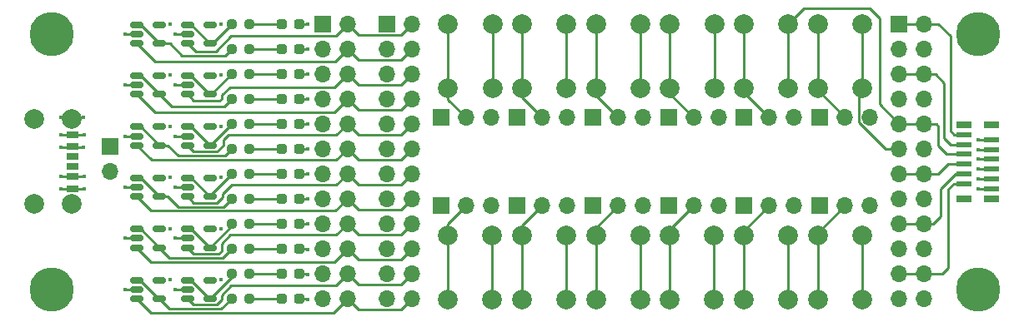
<source format=gbr>
%TF.GenerationSoftware,KiCad,Pcbnew,7.0.6*%
%TF.CreationDate,2023-08-04T15:36:23+02:00*%
%TF.ProjectId,Debug_BreakBoard,44656275-675f-4427-9265-616b426f6172,rev?*%
%TF.SameCoordinates,Original*%
%TF.FileFunction,Copper,L1,Top*%
%TF.FilePolarity,Positive*%
%FSLAX46Y46*%
G04 Gerber Fmt 4.6, Leading zero omitted, Abs format (unit mm)*
G04 Created by KiCad (PCBNEW 7.0.6) date 2023-08-04 15:36:23*
%MOMM*%
%LPD*%
G01*
G04 APERTURE LIST*
G04 Aperture macros list*
%AMRoundRect*
0 Rectangle with rounded corners*
0 $1 Rounding radius*
0 $2 $3 $4 $5 $6 $7 $8 $9 X,Y pos of 4 corners*
0 Add a 4 corners polygon primitive as box body*
4,1,4,$2,$3,$4,$5,$6,$7,$8,$9,$2,$3,0*
0 Add four circle primitives for the rounded corners*
1,1,$1+$1,$2,$3*
1,1,$1+$1,$4,$5*
1,1,$1+$1,$6,$7*
1,1,$1+$1,$8,$9*
0 Add four rect primitives between the rounded corners*
20,1,$1+$1,$2,$3,$4,$5,0*
20,1,$1+$1,$4,$5,$6,$7,0*
20,1,$1+$1,$6,$7,$8,$9,0*
20,1,$1+$1,$8,$9,$2,$3,0*%
G04 Aperture macros list end*
%TA.AperFunction,ComponentPad*%
%ADD10R,1.700000X1.700000*%
%TD*%
%TA.AperFunction,ComponentPad*%
%ADD11O,1.700000X1.700000*%
%TD*%
%TA.AperFunction,SMDPad,CuDef*%
%ADD12RoundRect,0.237500X-0.250000X-0.237500X0.250000X-0.237500X0.250000X0.237500X-0.250000X0.237500X0*%
%TD*%
%TA.AperFunction,ComponentPad*%
%ADD13C,4.500000*%
%TD*%
%TA.AperFunction,ComponentPad*%
%ADD14C,2.000000*%
%TD*%
%TA.AperFunction,SMDPad,CuDef*%
%ADD15RoundRect,0.150000X-0.512500X-0.150000X0.512500X-0.150000X0.512500X0.150000X-0.512500X0.150000X0*%
%TD*%
%TA.AperFunction,SMDPad,CuDef*%
%ADD16RoundRect,0.237500X0.287500X0.237500X-0.287500X0.237500X-0.287500X-0.237500X0.287500X-0.237500X0*%
%TD*%
%TA.AperFunction,SMDPad,CuDef*%
%ADD17R,1.500000X0.600000*%
%TD*%
%TA.AperFunction,SMDPad,CuDef*%
%ADD18R,1.500000X0.800000*%
%TD*%
%TA.AperFunction,SMDPad,CuDef*%
%ADD19R,1.200000X0.700000*%
%TD*%
%TA.AperFunction,SMDPad,CuDef*%
%ADD20R,1.200000X0.760000*%
%TD*%
%TA.AperFunction,SMDPad,CuDef*%
%ADD21R,1.200000X0.800000*%
%TD*%
%TA.AperFunction,ComponentPad*%
%ADD22C,2.010000*%
%TD*%
%TA.AperFunction,ViaPad*%
%ADD23C,0.450000*%
%TD*%
%TA.AperFunction,Conductor*%
%ADD24C,0.254000*%
%TD*%
G04 APERTURE END LIST*
D10*
%TO.P,J16,1,Pin_1*%
%TO.N,VDD*%
X177975000Y-58500000D03*
D11*
%TO.P,J16,2,Pin_2*%
%TO.N,Net-(J16-Pin_2)*%
X180515000Y-58500000D03*
%TO.P,J16,3,Pin_3*%
%TO.N,GND*%
X183055000Y-58500000D03*
%TD*%
D10*
%TO.P,J15,1,Pin_1*%
%TO.N,VDD*%
X170280000Y-58500000D03*
D11*
%TO.P,J15,2,Pin_2*%
%TO.N,Net-(J15-Pin_2)*%
X172820000Y-58500000D03*
%TO.P,J15,3,Pin_3*%
%TO.N,GND*%
X175360000Y-58500000D03*
%TD*%
D10*
%TO.P,J14,1,Pin_1*%
%TO.N,VDD*%
X162585000Y-58500000D03*
D11*
%TO.P,J14,2,Pin_2*%
%TO.N,Net-(J14-Pin_2)*%
X165125000Y-58500000D03*
%TO.P,J14,3,Pin_3*%
%TO.N,GND*%
X167665000Y-58500000D03*
%TD*%
D10*
%TO.P,J13,1,Pin_1*%
%TO.N,VDD*%
X154890000Y-58500000D03*
D11*
%TO.P,J13,2,Pin_2*%
%TO.N,Net-(J13-Pin_2)*%
X157430000Y-58500000D03*
%TO.P,J13,3,Pin_3*%
%TO.N,GND*%
X159970000Y-58500000D03*
%TD*%
D10*
%TO.P,J12,1,Pin_1*%
%TO.N,VDD*%
X147195000Y-58500000D03*
D11*
%TO.P,J12,2,Pin_2*%
%TO.N,Net-(J12-Pin_2)*%
X149735000Y-58500000D03*
%TO.P,J12,3,Pin_3*%
%TO.N,GND*%
X152275000Y-58500000D03*
%TD*%
%TO.P,J11,3,Pin_3*%
%TO.N,GND*%
X144580000Y-58500000D03*
%TO.P,J11,2,Pin_2*%
%TO.N,Net-(J11-Pin_2)*%
X142040000Y-58500000D03*
D10*
%TO.P,J11,1,Pin_1*%
%TO.N,VDD*%
X139500000Y-58500000D03*
%TD*%
%TO.P,J10,1,Pin_1*%
%TO.N,VDD*%
X177975000Y-67500000D03*
D11*
%TO.P,J10,2,Pin_2*%
%TO.N,Net-(J10-Pin_2)*%
X180515000Y-67500000D03*
%TO.P,J10,3,Pin_3*%
%TO.N,GND*%
X183055000Y-67500000D03*
%TD*%
D10*
%TO.P,J9,1,Pin_1*%
%TO.N,VDD*%
X170280000Y-67500000D03*
D11*
%TO.P,J9,2,Pin_2*%
%TO.N,Net-(J9-Pin_2)*%
X172820000Y-67500000D03*
%TO.P,J9,3,Pin_3*%
%TO.N,GND*%
X175360000Y-67500000D03*
%TD*%
D10*
%TO.P,J8,1,Pin_1*%
%TO.N,GND*%
X134000000Y-49000000D03*
D11*
%TO.P,J8,2,Pin_2*%
%TO.N,/1*%
X136540000Y-49000000D03*
%TO.P,J8,3,Pin_3*%
%TO.N,GND*%
X134000000Y-51540000D03*
%TO.P,J8,4,Pin_4*%
%TO.N,/2*%
X136540000Y-51540000D03*
%TO.P,J8,5,Pin_5*%
%TO.N,GND*%
X134000000Y-54080000D03*
%TO.P,J8,6,Pin_6*%
%TO.N,/3*%
X136540000Y-54080000D03*
%TO.P,J8,7,Pin_7*%
%TO.N,GND*%
X134000000Y-56620000D03*
%TO.P,J8,8,Pin_8*%
%TO.N,/4*%
X136540000Y-56620000D03*
%TO.P,J8,9,Pin_9*%
%TO.N,GND*%
X134000000Y-59160000D03*
%TO.P,J8,10,Pin_10*%
%TO.N,/5*%
X136540000Y-59160000D03*
%TO.P,J8,11,Pin_11*%
%TO.N,GND*%
X134000000Y-61700000D03*
%TO.P,J8,12,Pin_12*%
%TO.N,/6*%
X136540000Y-61700000D03*
%TO.P,J8,13,Pin_13*%
%TO.N,GND*%
X134000000Y-64240000D03*
%TO.P,J8,14,Pin_14*%
%TO.N,/7*%
X136540000Y-64240000D03*
%TO.P,J8,15,Pin_15*%
%TO.N,GND*%
X134000000Y-66780000D03*
%TO.P,J8,16,Pin_16*%
%TO.N,/8*%
X136540000Y-66780000D03*
%TO.P,J8,17,Pin_17*%
%TO.N,GND*%
X134000000Y-69320000D03*
%TO.P,J8,18,Pin_18*%
%TO.N,/9*%
X136540000Y-69320000D03*
%TO.P,J8,19,Pin_19*%
%TO.N,GND*%
X134000000Y-71860000D03*
%TO.P,J8,20,Pin_20*%
%TO.N,/10*%
X136540000Y-71860000D03*
%TO.P,J8,21,Pin_21*%
%TO.N,GND*%
X134000000Y-74400000D03*
%TO.P,J8,22,Pin_22*%
%TO.N,/11*%
X136540000Y-74400000D03*
%TO.P,J8,23,Pin_23*%
%TO.N,GND*%
X134000000Y-76940000D03*
%TO.P,J8,24,Pin_24*%
%TO.N,/12*%
X136540000Y-76940000D03*
%TD*%
D10*
%TO.P,J7,1,Pin_1*%
%TO.N,VDD*%
X162585000Y-67500000D03*
D11*
%TO.P,J7,2,Pin_2*%
%TO.N,Net-(J7-Pin_2)*%
X165125000Y-67500000D03*
%TO.P,J7,3,Pin_3*%
%TO.N,GND*%
X167665000Y-67500000D03*
%TD*%
D10*
%TO.P,J6,1,Pin_1*%
%TO.N,VDD*%
X154890000Y-67500000D03*
D11*
%TO.P,J6,2,Pin_2*%
%TO.N,Net-(J6-Pin_2)*%
X157430000Y-67500000D03*
%TO.P,J6,3,Pin_3*%
%TO.N,GND*%
X159970000Y-67500000D03*
%TD*%
D10*
%TO.P,J5,1,Pin_1*%
%TO.N,VDD*%
X147195000Y-67500000D03*
D11*
%TO.P,J5,2,Pin_2*%
%TO.N,Net-(J5-Pin_2)*%
X149735000Y-67500000D03*
%TO.P,J5,3,Pin_3*%
%TO.N,GND*%
X152275000Y-67500000D03*
%TD*%
D10*
%TO.P,J4,1,Pin_1*%
%TO.N,VDD*%
X127470000Y-49000000D03*
D11*
%TO.P,J4,2,Pin_2*%
%TO.N,/1*%
X130010000Y-49000000D03*
%TO.P,J4,3,Pin_3*%
%TO.N,VDD*%
X127470000Y-51540000D03*
%TO.P,J4,4,Pin_4*%
%TO.N,/2*%
X130010000Y-51540000D03*
%TO.P,J4,5,Pin_5*%
%TO.N,VDD*%
X127470000Y-54080000D03*
%TO.P,J4,6,Pin_6*%
%TO.N,/3*%
X130010000Y-54080000D03*
%TO.P,J4,7,Pin_7*%
%TO.N,VDD*%
X127470000Y-56620000D03*
%TO.P,J4,8,Pin_8*%
%TO.N,/4*%
X130010000Y-56620000D03*
%TO.P,J4,9,Pin_9*%
%TO.N,VDD*%
X127470000Y-59160000D03*
%TO.P,J4,10,Pin_10*%
%TO.N,/5*%
X130010000Y-59160000D03*
%TO.P,J4,11,Pin_11*%
%TO.N,VDD*%
X127470000Y-61700000D03*
%TO.P,J4,12,Pin_12*%
%TO.N,/6*%
X130010000Y-61700000D03*
%TO.P,J4,13,Pin_13*%
%TO.N,VDD*%
X127470000Y-64240000D03*
%TO.P,J4,14,Pin_14*%
%TO.N,/7*%
X130010000Y-64240000D03*
%TO.P,J4,15,Pin_15*%
%TO.N,VDD*%
X127470000Y-66780000D03*
%TO.P,J4,16,Pin_16*%
%TO.N,/8*%
X130010000Y-66780000D03*
%TO.P,J4,17,Pin_17*%
%TO.N,VDD*%
X127470000Y-69320000D03*
%TO.P,J4,18,Pin_18*%
%TO.N,/9*%
X130010000Y-69320000D03*
%TO.P,J4,19,Pin_19*%
%TO.N,VDD*%
X127470000Y-71860000D03*
%TO.P,J4,20,Pin_20*%
%TO.N,/10*%
X130010000Y-71860000D03*
%TO.P,J4,21,Pin_21*%
%TO.N,VDD*%
X127470000Y-74400000D03*
%TO.P,J4,22,Pin_22*%
%TO.N,/11*%
X130010000Y-74400000D03*
%TO.P,J4,23,Pin_23*%
%TO.N,VDD*%
X127470000Y-76940000D03*
%TO.P,J4,24,Pin_24*%
%TO.N,/12*%
X130010000Y-76940000D03*
%TD*%
%TO.P,J3,3,Pin_3*%
%TO.N,GND*%
X144580000Y-67500000D03*
%TO.P,J3,2,Pin_2*%
%TO.N,Net-(J3-Pin_2)*%
X142040000Y-67500000D03*
D10*
%TO.P,J3,1,Pin_1*%
%TO.N,VDD*%
X139500000Y-67500000D03*
%TD*%
%TO.P,J2,1,Pin_1*%
%TO.N,/1*%
X186000000Y-49000000D03*
D11*
%TO.P,J2,2,Pin_2*%
X188540000Y-49000000D03*
%TO.P,J2,3,Pin_3*%
%TO.N,/2*%
X186000000Y-51540000D03*
%TO.P,J2,4,Pin_4*%
X188540000Y-51540000D03*
%TO.P,J2,5,Pin_5*%
%TO.N,/3*%
X186000000Y-54080000D03*
%TO.P,J2,6,Pin_6*%
X188540000Y-54080000D03*
%TO.P,J2,7,Pin_7*%
%TO.N,/4*%
X186000000Y-56620000D03*
%TO.P,J2,8,Pin_8*%
X188540000Y-56620000D03*
%TO.P,J2,9,Pin_9*%
%TO.N,/5*%
X186000000Y-59160000D03*
%TO.P,J2,10,Pin_10*%
X188540000Y-59160000D03*
%TO.P,J2,11,Pin_11*%
%TO.N,/6*%
X186000000Y-61700000D03*
%TO.P,J2,12,Pin_12*%
X188540000Y-61700000D03*
%TO.P,J2,13,Pin_13*%
%TO.N,/7*%
X186000000Y-64240000D03*
%TO.P,J2,14,Pin_14*%
X188540000Y-64240000D03*
%TO.P,J2,15,Pin_15*%
%TO.N,/8*%
X186000000Y-66780000D03*
%TO.P,J2,16,Pin_16*%
X188540000Y-66780000D03*
%TO.P,J2,17,Pin_17*%
%TO.N,/9*%
X186000000Y-69320000D03*
%TO.P,J2,18,Pin_18*%
X188540000Y-69320000D03*
%TO.P,J2,19,Pin_19*%
%TO.N,/10*%
X186000000Y-71860000D03*
%TO.P,J2,20,Pin_20*%
X188540000Y-71860000D03*
%TO.P,J2,21,Pin_21*%
%TO.N,/11*%
X186000000Y-74400000D03*
%TO.P,J2,22,Pin_22*%
X188540000Y-74400000D03*
%TO.P,J2,23,Pin_23*%
%TO.N,/12*%
X186000000Y-76940000D03*
%TO.P,J2,24,Pin_24*%
X188540000Y-76940000D03*
%TD*%
D12*
%TO.P,R11,1*%
%TO.N,Net-(U6--)*%
X118250455Y-74400000D03*
%TO.P,R11,2*%
%TO.N,Net-(D11-A)*%
X120075455Y-74400000D03*
%TD*%
D13*
%TO.P,H2,1,1*%
%TO.N,unconnected-(H2-Pad1)*%
X100000000Y-76000000D03*
%TD*%
D14*
%TO.P,SW8,1,1*%
%TO.N,Net-(J12-Pin_2)*%
X147726000Y-55500000D03*
X147726000Y-49000000D03*
%TO.P,SW8,2,2*%
%TO.N,/2*%
X152226000Y-55500000D03*
X152226000Y-49000000D03*
%TD*%
D15*
%TO.P,U3,1*%
%TO.N,Net-(U3--)*%
X113750000Y-59450000D03*
%TO.P,U3,2,V-*%
%TO.N,GND*%
X113750000Y-60400000D03*
%TO.P,U3,3,+*%
%TO.N,/5*%
X113750000Y-61350000D03*
%TO.P,U3,4,-*%
%TO.N,Net-(U3--)*%
X116025000Y-61350000D03*
%TO.P,U3,5,V+*%
%TO.N,P5V0*%
X116025000Y-59450000D03*
%TD*%
D16*
%TO.P,D10,1,K*%
%TO.N,GND*%
X125083572Y-71860000D03*
%TO.P,D10,2,A*%
%TO.N,Net-(D10-A)*%
X123333572Y-71860000D03*
%TD*%
D12*
%TO.P,R5,1*%
%TO.N,Net-(U3--)*%
X118250455Y-59160000D03*
%TO.P,R5,2*%
%TO.N,Net-(D5-A)*%
X120075455Y-59160000D03*
%TD*%
D13*
%TO.P,H1,1,1*%
%TO.N,unconnected-(H1-Pad1)*%
X100000000Y-50000000D03*
%TD*%
D15*
%TO.P,U8,1*%
%TO.N,Net-(U8--)*%
X108612500Y-54250000D03*
%TO.P,U8,2,V-*%
%TO.N,GND*%
X108612500Y-55200000D03*
%TO.P,U8,3,+*%
%TO.N,/4*%
X108612500Y-56150000D03*
%TO.P,U8,4,-*%
%TO.N,Net-(U8--)*%
X110887500Y-56150000D03*
%TO.P,U8,5,V+*%
%TO.N,P5V0*%
X110887500Y-54250000D03*
%TD*%
D16*
%TO.P,D5,1,K*%
%TO.N,GND*%
X125083572Y-59160000D03*
%TO.P,D5,2,A*%
%TO.N,Net-(D5-A)*%
X123333572Y-59160000D03*
%TD*%
D15*
%TO.P,U9,1*%
%TO.N,Net-(U9--)*%
X108612500Y-59450000D03*
%TO.P,U9,2,V-*%
%TO.N,GND*%
X108612500Y-60400000D03*
%TO.P,U9,3,+*%
%TO.N,/6*%
X108612500Y-61350000D03*
%TO.P,U9,4,-*%
%TO.N,Net-(U9--)*%
X110887500Y-61350000D03*
%TO.P,U9,5,V+*%
%TO.N,P5V0*%
X110887500Y-59450000D03*
%TD*%
D12*
%TO.P,R2,1*%
%TO.N,Net-(U7--)*%
X118250455Y-51540000D03*
%TO.P,R2,2*%
%TO.N,Net-(D2-A)*%
X120075455Y-51540000D03*
%TD*%
%TO.P,R6,1*%
%TO.N,Net-(U9--)*%
X118250455Y-61700000D03*
%TO.P,R6,2*%
%TO.N,Net-(D6-A)*%
X120075455Y-61700000D03*
%TD*%
D14*
%TO.P,SW4,1,1*%
%TO.N,Net-(J7-Pin_2)*%
X162730000Y-77000000D03*
X162730000Y-70500000D03*
%TO.P,SW4,2,2*%
%TO.N,/10*%
X167230000Y-77000000D03*
X167230000Y-70500000D03*
%TD*%
D16*
%TO.P,D9,1,K*%
%TO.N,GND*%
X125083572Y-69320000D03*
%TO.P,D9,2,A*%
%TO.N,Net-(D9-A)*%
X123333572Y-69320000D03*
%TD*%
D15*
%TO.P,U2,1*%
%TO.N,Net-(U2--)*%
X113750000Y-54250000D03*
%TO.P,U2,2,V-*%
%TO.N,GND*%
X113750000Y-55200000D03*
%TO.P,U2,3,+*%
%TO.N,/3*%
X113750000Y-56150000D03*
%TO.P,U2,4,-*%
%TO.N,Net-(U2--)*%
X116025000Y-56150000D03*
%TO.P,U2,5,V+*%
%TO.N,P5V0*%
X116025000Y-54250000D03*
%TD*%
%TO.P,U1,1*%
%TO.N,Net-(U1--)*%
X113750000Y-49050000D03*
%TO.P,U1,2,V-*%
%TO.N,GND*%
X113750000Y-50000000D03*
%TO.P,U1,3,+*%
%TO.N,/1*%
X113750000Y-50950000D03*
%TO.P,U1,4,-*%
%TO.N,Net-(U1--)*%
X116025000Y-50950000D03*
%TO.P,U1,5,V+*%
%TO.N,P5V0*%
X116025000Y-49050000D03*
%TD*%
D16*
%TO.P,D12,1,K*%
%TO.N,GND*%
X125083572Y-76940000D03*
%TO.P,D12,2,A*%
%TO.N,Net-(D12-A)*%
X123333572Y-76940000D03*
%TD*%
D15*
%TO.P,U6,1*%
%TO.N,Net-(U6--)*%
X113750000Y-75050000D03*
%TO.P,U6,2,V-*%
%TO.N,GND*%
X113750000Y-76000000D03*
%TO.P,U6,3,+*%
%TO.N,/11*%
X113750000Y-76950000D03*
%TO.P,U6,4,-*%
%TO.N,Net-(U6--)*%
X116025000Y-76950000D03*
%TO.P,U6,5,V+*%
%TO.N,P5V0*%
X116025000Y-75050000D03*
%TD*%
D16*
%TO.P,D4,1,K*%
%TO.N,GND*%
X125083572Y-56620000D03*
%TO.P,D4,2,A*%
%TO.N,Net-(D4-A)*%
X123333572Y-56620000D03*
%TD*%
D12*
%TO.P,R10,1*%
%TO.N,Net-(U11--)*%
X118250455Y-71860000D03*
%TO.P,R10,2*%
%TO.N,Net-(D10-A)*%
X120075455Y-71860000D03*
%TD*%
D16*
%TO.P,D6,1,K*%
%TO.N,GND*%
X125083572Y-61700000D03*
%TO.P,D6,2,A*%
%TO.N,Net-(D6-A)*%
X123333572Y-61700000D03*
%TD*%
D15*
%TO.P,U4,1*%
%TO.N,Net-(U4--)*%
X113750000Y-64650000D03*
%TO.P,U4,2,V-*%
%TO.N,GND*%
X113750000Y-65600000D03*
%TO.P,U4,3,+*%
%TO.N,/7*%
X113750000Y-66550000D03*
%TO.P,U4,4,-*%
%TO.N,Net-(U4--)*%
X116025000Y-66550000D03*
%TO.P,U4,5,V+*%
%TO.N,P5V0*%
X116025000Y-64650000D03*
%TD*%
D14*
%TO.P,SW5,1,1*%
%TO.N,Net-(J9-Pin_2)*%
X170240000Y-77000000D03*
X170240000Y-70500000D03*
%TO.P,SW5,2,2*%
%TO.N,/11*%
X174740000Y-77000000D03*
X174740000Y-70500000D03*
%TD*%
%TO.P,SW7,1,1*%
%TO.N,Net-(J11-Pin_2)*%
X140220000Y-55500000D03*
X140220000Y-49000000D03*
%TO.P,SW7,2,2*%
%TO.N,/1*%
X144720000Y-55500000D03*
X144720000Y-49000000D03*
%TD*%
D12*
%TO.P,R4,1*%
%TO.N,Net-(U8--)*%
X118250455Y-56620000D03*
%TO.P,R4,2*%
%TO.N,Net-(D4-A)*%
X120075455Y-56620000D03*
%TD*%
D16*
%TO.P,D3,1,K*%
%TO.N,GND*%
X125083572Y-54080000D03*
%TO.P,D3,2,A*%
%TO.N,Net-(D3-A)*%
X123333572Y-54080000D03*
%TD*%
D14*
%TO.P,SW6,1,1*%
%TO.N,Net-(J10-Pin_2)*%
X177750000Y-77000000D03*
X177750000Y-70500000D03*
%TO.P,SW6,2,2*%
%TO.N,/12*%
X182250000Y-77000000D03*
X182250000Y-70500000D03*
%TD*%
D10*
%TO.P,J17,1,Pin_1*%
%TO.N,P5V0*%
X105900000Y-61460000D03*
D11*
%TO.P,J17,2,Pin_2*%
%TO.N,GND*%
X105900000Y-64000000D03*
%TD*%
D16*
%TO.P,D2,1,K*%
%TO.N,GND*%
X125083572Y-51540000D03*
%TO.P,D2,2,A*%
%TO.N,Net-(D2-A)*%
X123333572Y-51540000D03*
%TD*%
D15*
%TO.P,U10,1*%
%TO.N,Net-(U10--)*%
X108612500Y-64650000D03*
%TO.P,U10,2,V-*%
%TO.N,GND*%
X108612500Y-65600000D03*
%TO.P,U10,3,+*%
%TO.N,/8*%
X108612500Y-66550000D03*
%TO.P,U10,4,-*%
%TO.N,Net-(U10--)*%
X110887500Y-66550000D03*
%TO.P,U10,5,V+*%
%TO.N,P5V0*%
X110887500Y-64650000D03*
%TD*%
D14*
%TO.P,SW3,1,1*%
%TO.N,Net-(J6-Pin_2)*%
X155220000Y-77000000D03*
X155220000Y-70500000D03*
%TO.P,SW3,2,2*%
%TO.N,/9*%
X159720000Y-77000000D03*
X159720000Y-70500000D03*
%TD*%
D16*
%TO.P,D1,1,K*%
%TO.N,GND*%
X125083572Y-49000000D03*
%TO.P,D1,2,A*%
%TO.N,Net-(D1-A)*%
X123333572Y-49000000D03*
%TD*%
D14*
%TO.P,SW10,1,1*%
%TO.N,Net-(J14-Pin_2)*%
X162738000Y-55500000D03*
X162738000Y-49000000D03*
%TO.P,SW10,2,2*%
%TO.N,/4*%
X167238000Y-55500000D03*
X167238000Y-49000000D03*
%TD*%
D13*
%TO.P,H4,1,1*%
%TO.N,unconnected-(H4-Pad1)*%
X194000000Y-76000000D03*
%TD*%
D16*
%TO.P,D8,1,K*%
%TO.N,GND*%
X125083572Y-66780000D03*
%TO.P,D8,2,A*%
%TO.N,Net-(D8-A)*%
X123333572Y-66780000D03*
%TD*%
D15*
%TO.P,U12,1*%
%TO.N,Net-(U12--)*%
X108612500Y-75050000D03*
%TO.P,U12,2,V-*%
%TO.N,GND*%
X108612500Y-76000000D03*
%TO.P,U12,3,+*%
%TO.N,/12*%
X108612500Y-76950000D03*
%TO.P,U12,4,-*%
%TO.N,Net-(U12--)*%
X110887500Y-76950000D03*
%TO.P,U12,5,V+*%
%TO.N,P5V0*%
X110887500Y-75050000D03*
%TD*%
D14*
%TO.P,SW12,1,1*%
%TO.N,Net-(J16-Pin_2)*%
X177750000Y-55500000D03*
X177750000Y-49000000D03*
%TO.P,SW12,2,2*%
%TO.N,/6*%
X182250000Y-55500000D03*
X182250000Y-49000000D03*
%TD*%
D13*
%TO.P,H3,1,1*%
%TO.N,unconnected-(H3-Pad1)*%
X194000000Y-50000000D03*
%TD*%
D15*
%TO.P,U11,1*%
%TO.N,Net-(U11--)*%
X108612500Y-69850000D03*
%TO.P,U11,2,V-*%
%TO.N,GND*%
X108612500Y-70800000D03*
%TO.P,U11,3,+*%
%TO.N,/10*%
X108612500Y-71750000D03*
%TO.P,U11,4,-*%
%TO.N,Net-(U11--)*%
X110887500Y-71750000D03*
%TO.P,U11,5,V+*%
%TO.N,P5V0*%
X110887500Y-69850000D03*
%TD*%
D16*
%TO.P,D7,1,K*%
%TO.N,GND*%
X125083572Y-64240000D03*
%TO.P,D7,2,A*%
%TO.N,Net-(D7-A)*%
X123333572Y-64240000D03*
%TD*%
D12*
%TO.P,R7,1*%
%TO.N,Net-(U4--)*%
X118250455Y-64240000D03*
%TO.P,R7,2*%
%TO.N,Net-(D7-A)*%
X120075455Y-64240000D03*
%TD*%
%TO.P,R9,1*%
%TO.N,Net-(U5--)*%
X118250455Y-69320000D03*
%TO.P,R9,2*%
%TO.N,Net-(D9-A)*%
X120075455Y-69320000D03*
%TD*%
D17*
%TO.P,J1,1,1*%
%TO.N,/1*%
X192600000Y-60250000D03*
%TO.P,J1,2,2*%
%TO.N,/2*%
X195400000Y-60750000D03*
%TO.P,J1,3,3*%
%TO.N,/3*%
X192600000Y-61250000D03*
%TO.P,J1,4,4*%
%TO.N,/4*%
X195400000Y-61750000D03*
%TO.P,J1,5,5*%
%TO.N,/5*%
X192600000Y-62250000D03*
%TO.P,J1,6,6*%
%TO.N,/6*%
X195400000Y-62750000D03*
%TO.P,J1,7,7*%
%TO.N,/7*%
X192600000Y-63250000D03*
%TO.P,J1,8,8*%
%TO.N,/8*%
X195400000Y-63750000D03*
%TO.P,J1,9,9*%
%TO.N,/9*%
X192600000Y-64250000D03*
%TO.P,J1,10,10*%
%TO.N,/10*%
X195400000Y-64750000D03*
%TO.P,J1,11,11*%
%TO.N,/11*%
X192600000Y-65250000D03*
%TO.P,J1,12,12*%
%TO.N,/12*%
X195400000Y-65750000D03*
D18*
%TO.P,J1,S1,SHIELD*%
%TO.N,unconnected-(J1-SHIELD-PadS1)*%
X195400000Y-59250000D03*
%TO.P,J1,S2,SHIELD*%
X192600000Y-59250000D03*
%TO.P,J1,S3,SHIELD*%
X195400000Y-66750000D03*
%TO.P,J1,S4,SHIELD*%
X192600000Y-66750000D03*
%TD*%
D14*
%TO.P,SW1,1,1*%
%TO.N,Net-(J3-Pin_2)*%
X140200000Y-77000000D03*
X140200000Y-70500000D03*
%TO.P,SW1,2,2*%
%TO.N,/7*%
X144700000Y-77000000D03*
X144700000Y-70500000D03*
%TD*%
D12*
%TO.P,R1,1*%
%TO.N,Net-(U1--)*%
X118250455Y-49000000D03*
%TO.P,R1,2*%
%TO.N,Net-(D1-A)*%
X120075455Y-49000000D03*
%TD*%
D16*
%TO.P,D11,1,K*%
%TO.N,GND*%
X125083572Y-74400000D03*
%TO.P,D11,2,A*%
%TO.N,Net-(D11-A)*%
X123333572Y-74400000D03*
%TD*%
D12*
%TO.P,R12,1*%
%TO.N,Net-(U12--)*%
X118250455Y-76940000D03*
%TO.P,R12,2*%
%TO.N,Net-(D12-A)*%
X120075455Y-76940000D03*
%TD*%
D15*
%TO.P,U7,1*%
%TO.N,Net-(U7--)*%
X108612500Y-49050000D03*
%TO.P,U7,2,V-*%
%TO.N,GND*%
X108612500Y-50000000D03*
%TO.P,U7,3,+*%
%TO.N,/2*%
X108612500Y-50950000D03*
%TO.P,U7,4,-*%
%TO.N,Net-(U7--)*%
X110887500Y-50950000D03*
%TO.P,U7,5,V+*%
%TO.N,P5V0*%
X110887500Y-49050000D03*
%TD*%
D14*
%TO.P,SW2,1,1*%
%TO.N,Net-(J5-Pin_2)*%
X147710000Y-77000000D03*
X147710000Y-70500000D03*
%TO.P,SW2,2,2*%
%TO.N,/8*%
X152210000Y-77000000D03*
X152210000Y-70500000D03*
%TD*%
D12*
%TO.P,R8,1*%
%TO.N,Net-(U10--)*%
X118250455Y-66780000D03*
%TO.P,R8,2*%
%TO.N,Net-(D8-A)*%
X120075455Y-66780000D03*
%TD*%
%TO.P,R3,1*%
%TO.N,Net-(U2--)*%
X118250455Y-54080000D03*
%TO.P,R3,2*%
%TO.N,Net-(D3-A)*%
X120075455Y-54080000D03*
%TD*%
D15*
%TO.P,U5,1*%
%TO.N,Net-(U5--)*%
X113750000Y-69850000D03*
%TO.P,U5,2,V-*%
%TO.N,GND*%
X113750000Y-70800000D03*
%TO.P,U5,3,+*%
%TO.N,/9*%
X113750000Y-71750000D03*
%TO.P,U5,4,-*%
%TO.N,Net-(U5--)*%
X116025000Y-71750000D03*
%TO.P,U5,5,V+*%
%TO.N,P5V0*%
X116025000Y-69850000D03*
%TD*%
D19*
%TO.P,P1,A5,CC1*%
%TO.N,unconnected-(P1-CC1-PadA5)*%
X102080000Y-62500000D03*
D20*
%TO.P,P1,A9,VBUS*%
%TO.N,P5V0*%
X102080000Y-64520000D03*
D21*
%TO.P,P1,A12,GND*%
%TO.N,GND*%
X102080000Y-65750000D03*
D19*
%TO.P,P1,B5,CC2*%
%TO.N,unconnected-(P1-CC2-PadB5)*%
X102080000Y-63500000D03*
D20*
%TO.P,P1,B9,VBUS*%
%TO.N,P5V0*%
X102080000Y-61480000D03*
D21*
%TO.P,P1,B12,GND*%
%TO.N,GND*%
X102080000Y-60250000D03*
D22*
%TO.P,P1,SH,SHIELD*%
X102000000Y-58680000D03*
X98200000Y-58680000D03*
X102000000Y-67320000D03*
X98200000Y-67320000D03*
%TD*%
D14*
%TO.P,SW11,1,1*%
%TO.N,Net-(J15-Pin_2)*%
X170244000Y-55500000D03*
X170244000Y-49000000D03*
%TO.P,SW11,2,2*%
%TO.N,/5*%
X174744000Y-55500000D03*
X174744000Y-49000000D03*
%TD*%
%TO.P,SW9,1,1*%
%TO.N,Net-(J13-Pin_2)*%
X155232000Y-55500000D03*
X155232000Y-49000000D03*
%TO.P,SW9,2,2*%
%TO.N,/3*%
X159732000Y-55500000D03*
X159732000Y-49000000D03*
%TD*%
D23*
%TO.N,GND*%
X112537955Y-50000824D03*
X112537955Y-55200824D03*
X112537955Y-60400824D03*
X112537955Y-65600824D03*
X112537955Y-70800824D03*
X112537955Y-76000824D03*
X107400455Y-76000824D03*
X107400455Y-70800824D03*
X107400455Y-65600824D03*
X107400455Y-60400824D03*
X107400455Y-55200824D03*
X107400455Y-50000824D03*
X100917039Y-65729545D03*
X103242961Y-65770455D03*
X100917039Y-60229545D03*
X103242961Y-60270455D03*
%TO.N,P5V0*%
X100917039Y-64499545D03*
X103242961Y-64540455D03*
X117137500Y-49000000D03*
%TO.N,GND*%
X103214214Y-58500455D03*
%TO.N,P5V0*%
X112000000Y-64600000D03*
X112000000Y-75000000D03*
X117137500Y-59400000D03*
X112000000Y-54200000D03*
X112000000Y-69800000D03*
X117137500Y-64600000D03*
X103214214Y-61540455D03*
X117137500Y-54200000D03*
X112000000Y-59400000D03*
X117137500Y-69800000D03*
%TO.N,GND*%
X100880306Y-58476932D03*
%TO.N,P5V0*%
X117137500Y-75000000D03*
X112000000Y-49000000D03*
X100888292Y-61499545D03*
%TO.N,GND*%
X126000455Y-69364232D03*
X126000455Y-49000000D03*
X126000455Y-51545529D03*
X126000455Y-64273174D03*
X126000455Y-71909761D03*
X126000455Y-74455290D03*
X126000455Y-66818703D03*
X126000455Y-77000824D03*
X126000455Y-59182116D03*
X126000455Y-54091058D03*
X126000455Y-56636587D03*
X126000455Y-61727645D03*
%TO.N,/2*%
X194000000Y-60750000D03*
%TO.N,/4*%
X194000000Y-61750000D03*
%TO.N,/6*%
X194000000Y-62750000D03*
%TO.N,/8*%
X194000000Y-63750000D03*
%TO.N,/10*%
X194000000Y-64750000D03*
%TO.N,/12*%
X194000000Y-65750000D03*
%TD*%
D24*
%TO.N,/5*%
X186000000Y-59160000D02*
X184000455Y-57160455D01*
X184000455Y-57160455D02*
X184000455Y-48400824D01*
X184000455Y-48400824D02*
X183000455Y-47400824D01*
X183000455Y-47400824D02*
X176343176Y-47400824D01*
X176343176Y-47400824D02*
X174744000Y-49000000D01*
%TO.N,/6*%
X182250000Y-55500000D02*
X181925600Y-55824400D01*
X181925600Y-55824400D02*
X181925600Y-58967813D01*
X181925600Y-58967813D02*
X184657787Y-61700000D01*
X184657787Y-61700000D02*
X186000000Y-61700000D01*
%TO.N,/1*%
X192600000Y-60250000D02*
X191596000Y-60250000D01*
X191596000Y-60250000D02*
X191200455Y-59854455D01*
X191200455Y-59854455D02*
X191200455Y-50200824D01*
X191200455Y-50200824D02*
X189999631Y-49000000D01*
X189999631Y-49000000D02*
X186000000Y-49000000D01*
%TO.N,/3*%
X192600000Y-61250000D02*
X191249631Y-61250000D01*
X189679631Y-54080000D02*
X186000000Y-54080000D01*
X191249631Y-61250000D02*
X190600455Y-60600824D01*
X190600455Y-60600824D02*
X190600455Y-55000824D01*
X190600455Y-55000824D02*
X189679631Y-54080000D01*
%TO.N,/5*%
X192600000Y-62250000D02*
X190849631Y-62250000D01*
X190849631Y-62250000D02*
X190000455Y-61400824D01*
X190000455Y-61400824D02*
X190000455Y-59400824D01*
X189759631Y-59160000D02*
X186000000Y-59160000D01*
X190000455Y-59400824D02*
X189759631Y-59160000D01*
%TO.N,/7*%
X192600000Y-63250000D02*
X190951279Y-63250000D01*
X190951279Y-63250000D02*
X189961279Y-64240000D01*
X189961279Y-64240000D02*
X186000000Y-64240000D01*
%TO.N,/9*%
X192600000Y-64250000D02*
X191751279Y-64250000D01*
X191751279Y-64250000D02*
X190200455Y-65800824D01*
X190200455Y-65800824D02*
X190200455Y-68600824D01*
X190200455Y-68600824D02*
X189481279Y-69320000D01*
X189481279Y-69320000D02*
X186000000Y-69320000D01*
%TO.N,/11*%
X192600000Y-65250000D02*
X191551279Y-65250000D01*
X191551279Y-65250000D02*
X191000455Y-65800824D01*
X191000455Y-65800824D02*
X191000455Y-73800824D01*
X191000455Y-73800824D02*
X190401279Y-74400000D01*
X190401279Y-74400000D02*
X186000000Y-74400000D01*
%TO.N,/12*%
X194000000Y-65750000D02*
X195400000Y-65750000D01*
%TO.N,/10*%
X195400000Y-64750000D02*
X194000000Y-64750000D01*
%TO.N,/8*%
X194000000Y-63750000D02*
X195400000Y-63750000D01*
%TO.N,/6*%
X194000000Y-62750000D02*
X195400000Y-62750000D01*
%TO.N,/4*%
X194000000Y-61750000D02*
X195400000Y-61750000D01*
%TO.N,/2*%
X194000000Y-60750000D02*
X195400000Y-60750000D01*
%TO.N,/1*%
X113750000Y-50950000D02*
X114594424Y-51794424D01*
X114594424Y-51794424D02*
X116606855Y-51794424D01*
X116606855Y-51794424D02*
X118200455Y-50200824D01*
X118200455Y-50200824D02*
X128809176Y-50200824D01*
X128809176Y-50200824D02*
X130010000Y-49000000D01*
%TO.N,/4*%
X108612500Y-56150000D02*
X110463324Y-58000824D01*
X110463324Y-58000824D02*
X128629176Y-58000824D01*
X128629176Y-58000824D02*
X130010000Y-56620000D01*
%TO.N,/3*%
X130010000Y-54080000D02*
X128689177Y-55400824D01*
X114400824Y-56800824D02*
X113750000Y-56150000D01*
X128689177Y-55400824D02*
X118043939Y-55400824D01*
X118043939Y-55400824D02*
X117200455Y-56244308D01*
X117200455Y-56244308D02*
X117200455Y-56600824D01*
X117200455Y-56600824D02*
X117000455Y-56800824D01*
X117000455Y-56800824D02*
X114400824Y-56800824D01*
%TO.N,/5*%
X113750000Y-61350000D02*
X114394424Y-61994424D01*
X117400455Y-61331492D02*
X117400455Y-60800824D01*
X114394424Y-61994424D02*
X116737524Y-61994424D01*
X116737524Y-61994424D02*
X117400455Y-61331492D01*
X117400455Y-60800824D02*
X117911879Y-60289400D01*
X117911879Y-60289400D02*
X128880600Y-60289400D01*
X128880600Y-60289400D02*
X130010000Y-59160000D01*
%TO.N,/7*%
X113750000Y-66550000D02*
X114394424Y-67194424D01*
X114394424Y-67194424D02*
X116732719Y-67194424D01*
X117326319Y-66600824D02*
X117326319Y-66274960D01*
X116732719Y-67194424D02*
X117326319Y-66600824D01*
X118231879Y-65369400D02*
X128880600Y-65369400D01*
X117326319Y-66274960D02*
X118231879Y-65369400D01*
X128880600Y-65369400D02*
X130010000Y-64240000D01*
%TO.N,/9*%
X113750000Y-71750000D02*
X114394424Y-72394424D01*
X114394424Y-72394424D02*
X116889955Y-72394424D01*
X117200455Y-72083924D02*
X117200455Y-71346158D01*
X116889955Y-72394424D02*
X117200455Y-72083924D01*
X117200455Y-71346158D02*
X118097213Y-70449400D01*
X118097213Y-70449400D02*
X128880600Y-70449400D01*
X128880600Y-70449400D02*
X130010000Y-69320000D01*
%TO.N,/11*%
X113750000Y-76950000D02*
X114329400Y-77529400D01*
X114329400Y-77529400D02*
X116715363Y-77529400D01*
X116715363Y-77529400D02*
X117200455Y-77044308D01*
X117200455Y-77044308D02*
X117200455Y-76600824D01*
X128809176Y-75600824D02*
X130010000Y-74400000D01*
X117200455Y-76600824D02*
X118200455Y-75600824D01*
X118200455Y-75600824D02*
X128809176Y-75600824D01*
%TO.N,/12*%
X130010000Y-76940000D02*
X131139400Y-78069400D01*
X131139400Y-78069400D02*
X135410600Y-78069400D01*
X135410600Y-78069400D02*
X136540000Y-76940000D01*
%TO.N,/11*%
X130010000Y-74400000D02*
X131139400Y-75529400D01*
X131139400Y-75529400D02*
X135410600Y-75529400D01*
X135410600Y-75529400D02*
X136540000Y-74400000D01*
%TO.N,/10*%
X130010000Y-71860000D02*
X131139400Y-72989400D01*
X131139400Y-72989400D02*
X135410600Y-72989400D01*
X135410600Y-72989400D02*
X136540000Y-71860000D01*
%TO.N,/9*%
X130010000Y-69320000D02*
X131139400Y-70449400D01*
X131139400Y-70449400D02*
X135410600Y-70449400D01*
X135410600Y-70449400D02*
X136540000Y-69320000D01*
%TO.N,/8*%
X130010000Y-66780000D02*
X131139400Y-67909400D01*
X131139400Y-67909400D02*
X135410600Y-67909400D01*
X135410600Y-67909400D02*
X136540000Y-66780000D01*
%TO.N,/7*%
X130010000Y-64240000D02*
X131139400Y-65369400D01*
X131139400Y-65369400D02*
X135410600Y-65369400D01*
X135410600Y-65369400D02*
X136540000Y-64240000D01*
%TO.N,/6*%
X130010000Y-61700000D02*
X131139400Y-62829400D01*
X131139400Y-62829400D02*
X135410600Y-62829400D01*
X135410600Y-62829400D02*
X136540000Y-61700000D01*
%TO.N,/5*%
X130010000Y-59160000D02*
X131139400Y-60289400D01*
X131139400Y-60289400D02*
X135410600Y-60289400D01*
X135410600Y-60289400D02*
X136540000Y-59160000D01*
%TO.N,/4*%
X130010000Y-56620000D02*
X131139400Y-57749400D01*
X131139400Y-57749400D02*
X135410600Y-57749400D01*
X135410600Y-57749400D02*
X136540000Y-56620000D01*
%TO.N,/3*%
X130010000Y-54080000D02*
X131139400Y-55209400D01*
X131139400Y-55209400D02*
X135410600Y-55209400D01*
X135410600Y-55209400D02*
X136540000Y-54080000D01*
%TO.N,/2*%
X130010000Y-51540000D02*
X131139400Y-52669400D01*
X131139400Y-52669400D02*
X135410600Y-52669400D01*
X135410600Y-52669400D02*
X136540000Y-51540000D01*
%TO.N,/1*%
X130010000Y-49000000D02*
X131139400Y-50129400D01*
X131139400Y-50129400D02*
X135410600Y-50129400D01*
X135410600Y-50129400D02*
X136540000Y-49000000D01*
%TO.N,/2*%
X108612500Y-50950000D02*
X110463324Y-52800824D01*
X110463324Y-52800824D02*
X128749176Y-52800824D01*
X128749176Y-52800824D02*
X130010000Y-51540000D01*
%TO.N,Net-(U9--)*%
X110887500Y-61350000D02*
X111749631Y-61350000D01*
X111749631Y-61350000D02*
X112800455Y-62400824D01*
X112800455Y-62400824D02*
X117549631Y-62400824D01*
X117549631Y-62400824D02*
X118250455Y-61700000D01*
%TO.N,/6*%
X108612500Y-61350000D02*
X110091900Y-62829400D01*
X110091900Y-62829400D02*
X128880600Y-62829400D01*
X128880600Y-62829400D02*
X130010000Y-61700000D01*
%TO.N,/8*%
X108612500Y-66550000D02*
X110069724Y-68007224D01*
X110069724Y-68007224D02*
X128782776Y-68007224D01*
X128782776Y-68007224D02*
X130010000Y-66780000D01*
%TO.N,/10*%
X108612500Y-71750000D02*
X110069724Y-73207224D01*
X110069724Y-73207224D02*
X128662776Y-73207224D01*
X128662776Y-73207224D02*
X130010000Y-71860000D01*
%TO.N,/12*%
X108612500Y-76950000D02*
X110069724Y-78407224D01*
X110069724Y-78407224D02*
X128542776Y-78407224D01*
X128542776Y-78407224D02*
X130010000Y-76940000D01*
%TO.N,/6*%
X182250000Y-49000000D02*
X182250000Y-55500000D01*
%TO.N,Net-(J16-Pin_2)*%
X177750000Y-49000000D02*
X177750000Y-55735000D01*
X177750000Y-55735000D02*
X180515000Y-58500000D01*
%TO.N,/5*%
X174744000Y-49000000D02*
X174744000Y-55500000D01*
%TO.N,Net-(J15-Pin_2)*%
X170244000Y-49000000D02*
X170244000Y-55924000D01*
X170244000Y-55924000D02*
X172820000Y-58500000D01*
%TO.N,/4*%
X167238000Y-49000000D02*
X167238000Y-55500000D01*
%TO.N,Net-(J14-Pin_2)*%
X162738000Y-49000000D02*
X162738000Y-56113000D01*
X162738000Y-56113000D02*
X165125000Y-58500000D01*
%TO.N,/3*%
X159732000Y-49000000D02*
X159732000Y-55500000D01*
%TO.N,Net-(J13-Pin_2)*%
X155232000Y-49000000D02*
X155232000Y-56302000D01*
X155232000Y-56302000D02*
X157430000Y-58500000D01*
%TO.N,/2*%
X152226000Y-49000000D02*
X152226000Y-55500000D01*
%TO.N,Net-(J12-Pin_2)*%
X147726000Y-49000000D02*
X147726000Y-56491000D01*
X147726000Y-56491000D02*
X149735000Y-58500000D01*
%TO.N,/1*%
X144720000Y-49000000D02*
X144720000Y-55500000D01*
%TO.N,Net-(J11-Pin_2)*%
X140220000Y-49000000D02*
X140220000Y-56680000D01*
X140220000Y-56680000D02*
X142040000Y-58500000D01*
%TO.N,/12*%
X182250000Y-77000000D02*
X182250000Y-70500000D01*
%TO.N,Net-(J10-Pin_2)*%
X177750000Y-77000000D02*
X177750000Y-70265000D01*
X177750000Y-70265000D02*
X180515000Y-67500000D01*
%TO.N,/11*%
X174740000Y-77000000D02*
X174740000Y-70500000D01*
%TO.N,Net-(J9-Pin_2)*%
X170240000Y-77000000D02*
X170240000Y-70080000D01*
X170240000Y-70080000D02*
X172820000Y-67500000D01*
%TO.N,/10*%
X167230000Y-77000000D02*
X167230000Y-70500000D01*
%TO.N,Net-(J7-Pin_2)*%
X162730000Y-77000000D02*
X162730000Y-69895000D01*
X162730000Y-69895000D02*
X165125000Y-67500000D01*
%TO.N,/9*%
X159720000Y-77000000D02*
X159720000Y-70500000D01*
%TO.N,Net-(J6-Pin_2)*%
X155220000Y-70500000D02*
X155220000Y-69710000D01*
X155220000Y-69710000D02*
X157430000Y-67500000D01*
X155220000Y-77000000D02*
X155220000Y-70500000D01*
%TO.N,/8*%
X152210000Y-77000000D02*
X152210000Y-70500000D01*
%TO.N,Net-(J5-Pin_2)*%
X147710000Y-77000000D02*
X147710000Y-69525000D01*
X147710000Y-69525000D02*
X149735000Y-67500000D01*
%TO.N,/7*%
X144700000Y-77000000D02*
X144700000Y-70500000D01*
%TO.N,Net-(J3-Pin_2)*%
X140200000Y-77000000D02*
X140200000Y-69340000D01*
X140200000Y-69340000D02*
X142040000Y-67500000D01*
%TO.N,Net-(D12-A)*%
X120075455Y-76940000D02*
X123333572Y-76940000D01*
%TO.N,Net-(D11-A)*%
X120075455Y-74400000D02*
X123333572Y-74400000D01*
%TO.N,Net-(D10-A)*%
X120075455Y-71860000D02*
X123333572Y-71860000D01*
%TO.N,Net-(D9-A)*%
X120075455Y-69320000D02*
X123333572Y-69320000D01*
%TO.N,Net-(D8-A)*%
X120075455Y-66780000D02*
X123333572Y-66780000D01*
%TO.N,Net-(D7-A)*%
X123333572Y-64240000D02*
X120075455Y-64240000D01*
%TO.N,Net-(D6-A)*%
X120075455Y-61700000D02*
X123333572Y-61700000D01*
%TO.N,Net-(D5-A)*%
X120075455Y-59160000D02*
X123333572Y-59160000D01*
%TO.N,Net-(D4-A)*%
X120075455Y-56620000D02*
X123333572Y-56620000D01*
%TO.N,Net-(D3-A)*%
X120075455Y-54080000D02*
X123333572Y-54080000D01*
%TO.N,Net-(D2-A)*%
X123333572Y-51540000D02*
X120075455Y-51540000D01*
%TO.N,Net-(D1-A)*%
X120075455Y-49000000D02*
X123333572Y-49000000D01*
%TO.N,Net-(U7--)*%
X111949631Y-50950000D02*
X113200455Y-52200824D01*
X113200455Y-52200824D02*
X117589631Y-52200824D01*
X110887500Y-50950000D02*
X111949631Y-50950000D01*
X117589631Y-52200824D02*
X118250455Y-51540000D01*
%TO.N,Net-(U8--)*%
X110887500Y-56150000D02*
X112138324Y-57400824D01*
X112138324Y-57400824D02*
X117469631Y-57400824D01*
X117469631Y-57400824D02*
X118250455Y-56620000D01*
%TO.N,Net-(U10--)*%
X111749631Y-66550000D02*
X112800455Y-67600824D01*
X110887500Y-66550000D02*
X111749631Y-66550000D01*
X112800455Y-67600824D02*
X117429631Y-67600824D01*
X117429631Y-67600824D02*
X118250455Y-66780000D01*
%TO.N,Net-(U11--)*%
X110887500Y-71750000D02*
X111938324Y-72800824D01*
X111938324Y-72800824D02*
X117309631Y-72800824D01*
X117309631Y-72800824D02*
X118250455Y-71860000D01*
%TO.N,Net-(U12--)*%
X110887500Y-76950000D02*
X111938324Y-78000824D01*
X111938324Y-78000824D02*
X117189631Y-78000824D01*
X117189631Y-78000824D02*
X118250455Y-76940000D01*
%TO.N,Net-(U6--)*%
X116025000Y-76950000D02*
X118250455Y-74724545D01*
X118250455Y-74724545D02*
X118250455Y-74400000D01*
%TO.N,Net-(U5--)*%
X116025000Y-71750000D02*
X118250455Y-69524545D01*
X118250455Y-69524545D02*
X118250455Y-69320000D01*
%TO.N,Net-(U4--)*%
X116025000Y-66550000D02*
X116025000Y-66465455D01*
X116025000Y-66465455D02*
X118250455Y-64240000D01*
%TO.N,Net-(U3--)*%
X116025000Y-61350000D02*
X116060455Y-61350000D01*
X116060455Y-61350000D02*
X118250455Y-59160000D01*
%TO.N,Net-(U2--)*%
X116025000Y-56150000D02*
X116180455Y-56150000D01*
X116180455Y-56150000D02*
X118250455Y-54080000D01*
%TO.N,Net-(U1--)*%
X116025000Y-50950000D02*
X116300455Y-50950000D01*
X116300455Y-50950000D02*
X118250455Y-49000000D01*
X113750000Y-49050000D02*
X114125000Y-49050000D01*
X114125000Y-49050000D02*
X116025000Y-50950000D01*
%TO.N,Net-(U2--)*%
X113750000Y-54250000D02*
X114069763Y-54250000D01*
X114069763Y-54250000D02*
X115969763Y-56150000D01*
X115969763Y-56150000D02*
X116025000Y-56150000D01*
%TO.N,Net-(U3--)*%
X113750000Y-59450000D02*
X114125000Y-59450000D01*
X114125000Y-59450000D02*
X116025000Y-61350000D01*
%TO.N,Net-(U4--)*%
X113750000Y-64650000D02*
X114125000Y-64650000D01*
X114125000Y-64650000D02*
X116025000Y-66550000D01*
%TO.N,Net-(U5--)*%
X113750000Y-69850000D02*
X114125000Y-69850000D01*
X114125000Y-69850000D02*
X116025000Y-71750000D01*
%TO.N,Net-(U6--)*%
X113750000Y-75050000D02*
X114069763Y-75050000D01*
X114069763Y-75050000D02*
X115969763Y-76950000D01*
X115969763Y-76950000D02*
X116025000Y-76950000D01*
%TO.N,Net-(U12--)*%
X108612500Y-75050000D02*
X108932263Y-75050000D01*
X108932263Y-75050000D02*
X110832263Y-76950000D01*
X110832263Y-76950000D02*
X110887500Y-76950000D01*
%TO.N,Net-(U11--)*%
X108612500Y-69850000D02*
X108987500Y-69850000D01*
X108987500Y-69850000D02*
X110887500Y-71750000D01*
%TO.N,Net-(U10--)*%
X108612500Y-64650000D02*
X108987500Y-64650000D01*
X108987500Y-64650000D02*
X110887500Y-66550000D01*
%TO.N,Net-(U9--)*%
X108612500Y-59450000D02*
X108987500Y-59450000D01*
X108987500Y-59450000D02*
X110887500Y-61350000D01*
%TO.N,Net-(U8--)*%
X108612500Y-54250000D02*
X108987500Y-54250000D01*
X108987500Y-54250000D02*
X110887500Y-56150000D01*
%TO.N,Net-(U7--)*%
X108612500Y-49050000D02*
X108987500Y-49050000D01*
X108987500Y-49050000D02*
X110887500Y-50950000D01*
%TO.N,GND*%
X125083572Y-76940000D02*
X125939631Y-76940000D01*
X125939631Y-76940000D02*
X126000455Y-77000824D01*
X125083572Y-74400000D02*
X125945165Y-74400000D01*
X125945165Y-74400000D02*
X126000455Y-74455290D01*
X125083572Y-71860000D02*
X125950694Y-71860000D01*
X125950694Y-71860000D02*
X126000455Y-71909761D01*
X125083572Y-69320000D02*
X125956223Y-69320000D01*
X125956223Y-69320000D02*
X126000455Y-69364232D01*
X125083572Y-66780000D02*
X125961752Y-66780000D01*
X125961752Y-66780000D02*
X126000455Y-66818703D01*
X125083572Y-64240000D02*
X125967281Y-64240000D01*
X125967281Y-64240000D02*
X126000455Y-64273174D01*
X125083572Y-61700000D02*
X125972810Y-61700000D01*
X125972810Y-61700000D02*
X126000455Y-61727645D01*
X125083572Y-59160000D02*
X125978339Y-59160000D01*
X125978339Y-59160000D02*
X126000455Y-59182116D01*
X125083572Y-56620000D02*
X125983868Y-56620000D01*
X125983868Y-56620000D02*
X126000455Y-56636587D01*
X125083572Y-54080000D02*
X125989397Y-54080000D01*
X125989397Y-54080000D02*
X126000455Y-54091058D01*
X125083572Y-51540000D02*
X125994926Y-51540000D01*
X125994926Y-51540000D02*
X126000455Y-51545529D01*
X125083572Y-49000000D02*
X126000455Y-49000000D01*
X113750000Y-50000000D02*
X112538779Y-50000000D01*
X112538779Y-50000000D02*
X112537955Y-50000824D01*
X113750000Y-55200000D02*
X112538779Y-55200000D01*
X112538779Y-55200000D02*
X112537955Y-55200824D01*
X113750000Y-60400000D02*
X112538779Y-60400000D01*
X112538779Y-60400000D02*
X112537955Y-60400824D01*
X113750000Y-65600000D02*
X112538779Y-65600000D01*
X112538779Y-65600000D02*
X112537955Y-65600824D01*
X113750000Y-70800000D02*
X112538779Y-70800000D01*
X112538779Y-70800000D02*
X112537955Y-70800824D01*
X113750000Y-76000000D02*
X112538779Y-76000000D01*
X112538779Y-76000000D02*
X112537955Y-76000824D01*
X108612500Y-76000000D02*
X107401279Y-76000000D01*
X107401279Y-76000000D02*
X107400455Y-76000824D01*
X108612500Y-70800000D02*
X107401279Y-70800000D01*
X107401279Y-70800000D02*
X107400455Y-70800824D01*
X108612500Y-65600000D02*
X107401279Y-65600000D01*
X107401279Y-65600000D02*
X107400455Y-65600824D01*
X108612500Y-60400000D02*
X107401279Y-60400000D01*
X107401279Y-60400000D02*
X107400455Y-60400824D01*
X108612500Y-55200000D02*
X107401279Y-55200000D01*
X107401279Y-55200000D02*
X107400455Y-55200824D01*
X107401279Y-50000000D02*
X107400455Y-50000824D01*
X108612500Y-50000000D02*
X107401279Y-50000000D01*
X103222506Y-65750000D02*
X103242961Y-65770455D01*
X102080000Y-65750000D02*
X100937494Y-65750000D01*
X100937494Y-65750000D02*
X100917039Y-65729545D01*
X102080000Y-65750000D02*
X103222506Y-65750000D01*
X103222506Y-60250000D02*
X103242961Y-60270455D01*
X102080000Y-60250000D02*
X100937494Y-60250000D01*
X100937494Y-60250000D02*
X100917039Y-60229545D01*
X102080000Y-60250000D02*
X103222506Y-60250000D01*
%TO.N,P5V0*%
X103222506Y-64520000D02*
X103242961Y-64540455D01*
X102080000Y-64520000D02*
X100937494Y-64520000D01*
X100937494Y-64520000D02*
X100917039Y-64499545D01*
X102080000Y-64520000D02*
X103222506Y-64520000D01*
X102051253Y-61520000D02*
X103193759Y-61520000D01*
%TO.N,GND*%
X102051253Y-58480000D02*
X100883374Y-58480000D01*
X100883374Y-58480000D02*
X100880306Y-58476932D01*
%TO.N,P5V0*%
X100908747Y-61520000D02*
X100888292Y-61499545D01*
X102051253Y-61520000D02*
X100908747Y-61520000D01*
%TO.N,GND*%
X102051253Y-58480000D02*
X103193759Y-58480000D01*
X103193759Y-58480000D02*
X103214214Y-58500455D01*
%TO.N,P5V0*%
X103193759Y-61520000D02*
X103214214Y-61540455D01*
%TD*%
M02*

</source>
